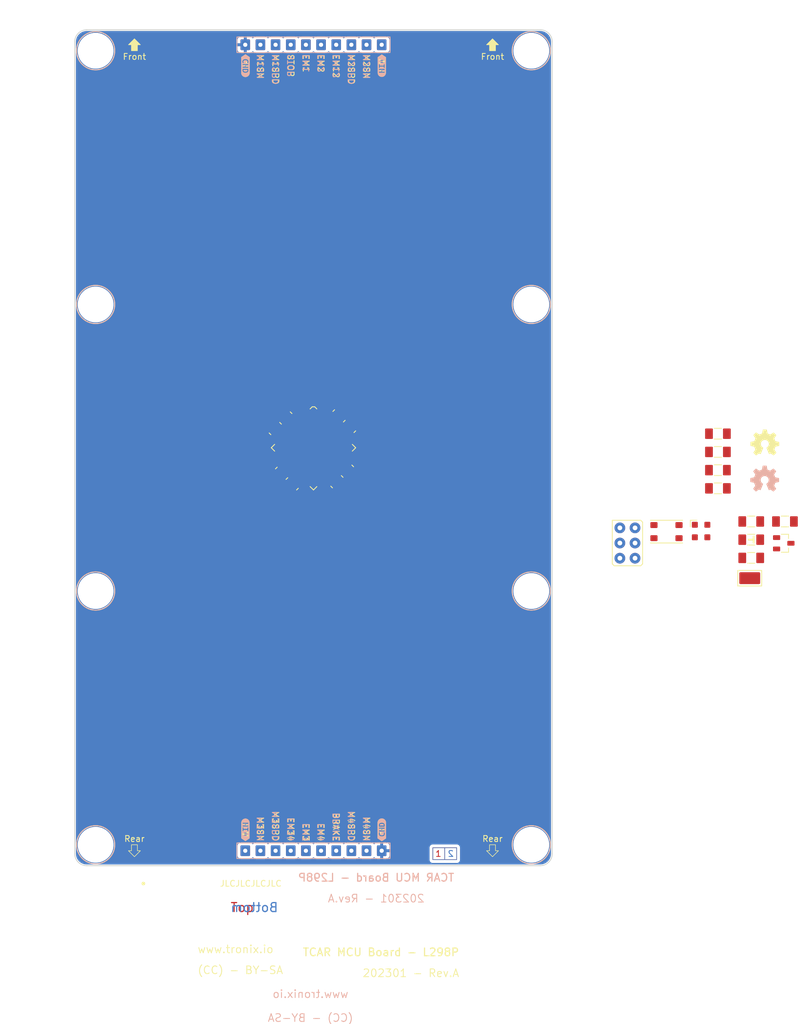
<source format=kicad_pcb>
(kicad_pcb (version 20221018) (generator pcbnew)
  (title_block (title "TCAR MCU Board - PIC24FJ") (date "01/2023") (rev "A"))
  (layers (0 "F.Cu" signal) (31 "B.Cu" signal) (34 "B.Paste" user) (35 "F.Paste" user) (36 "B.SilkS" user "B.Silkscreen") (37 "F.SilkS" user "F.Silkscreen") (38 "B.Mask" user) (39 "F.Mask" user) (44 "Edge.Cuts" user))
  (net 0 "")
  (net 1 "GND")
  (net 2 "VIN")
  (net 3 "+3V3")
  (net 4 "ENCODER_M2")
  (net 5 "ENCODER_M3")
  (net 6 "ENCODER_M12")
  (net 7 "ENCODER_M34")
  (net 8 "ENCODER_M4")
  (net 9 "ENCODER_M1")
  (net 10 "Net-(C201-Pad1)")
  (net 82 "/HID/M1_SENSE")
  (net 83 "/HID/M1_SPEED")
  (net 84 "/HID/STOP")
  (net 85 "/HID/M2_SPEED")
  (net 86 "/HID/M2_SENSE")
  (net 87 "/HID/M4_SENSE")
  (net 88 "/HID/M4_SPEED")
  (net 89 "/HID/BRAKE")
  (net 90 "/HID/M3_SPEED")
  (net 91 "/HID/M3_SENSE")
  (net 92 "Net-(LED101-A)")
  (net 97 "+5V")
  (net 98 "~{MCLR}")
  (footprint "tronixio:MOUNTING-HOLE-3MM-MASK" (layer "F.Cu") (at 125.5 124)
    (fp_text reference "H103" hide)
    (fp_text value "MOUNTING-HOLE-MASK-3MM" hide)
    (pad "" np_thru_hole circle locked (at 0 0) (size 3 3) (drill 3) (layers "F&B.Cu" "*.Mask") (clearance 1.5))
  )
  (footprint "tronixio:RESISTOR-SMD-1206" (layer "F.Cu") (at 156.77 106.8)
    (fp_text reference "R202" hide)
    (fp_text value "1K")
    (pad "1" smd roundrect (at -1.5 0) (size 1.3 1.75) (layers "F.Cu" "F.Paste" "F.Mask") (roundrect_rratio 0.1) (net 98 "~{MCLR}"))
    (pad "2" smd roundrect (at 1.5 0) (size 1.3 1.75) (layers "F.Cu" "F.Paste" "F.Mask") (roundrect_rratio 0.1) (net 10 "Net-(C201-Pad1)"))
  )
  (footprint "tronixio:MOUNTING-HOLE-3MM-MASK" (layer "F.Cu") (at 125.5 33.5)
    (fp_text reference "H105" hide)
    (fp_text value "MOUNTING-HOLE-MASK-3MM" hide)
    (pad "" np_thru_hole circle locked (at 0 0) (size 3 3) (drill 3) (layers "F&B.Cu" "*.Mask") (clearance 1.5))
  )
  (footprint "kibuzzard-628974BE" (layer "F.Cu") (at 100.45 36 -90)
    (fp_text reference "kibuzzard-628974BE" hide)
    (fp_text value "G***" hide)
  )
  (footprint "tronixio:MOUNTING-HOLE-3MM-MASK" (layer "F.Cu") (at 52.5 166.5)
    (fp_text reference "H101" hide)
    (fp_text value "MOUNTING-HOLE-MASK-3MM" hide)
    (pad "" np_thru_hole circle locked (at 0 0) (size 3 3) (drill 3) (layers "F&B.Cu" "*.Mask") (clearance 1.5))
  )
  (footprint "tronixio:MOUNTING-HOLE-3MM-MASK" (layer "F.Cu") (at 52.5 76)
    (fp_text reference "H107" hide)
    (fp_text value "MOUNTING-HOLE-MASK-3MM" hide)
    (pad "" np_thru_hole circle locked (at 0 0) (size 3 3) (drill 3) (layers "F&B.Cu" "*.Mask") (clearance 1.5))
  )
  (footprint "kibuzzard-64205CDF" (layer "F.Cu") (at 100.45 164 90)
    (fp_text reference "kibuzzard-64205CDF" hide)
    (fp_text value "G***" hide)
  )
  (footprint "kibuzzard-628974BE" (layer "F.Cu") (at 77.6 164 90)
    (fp_text reference "kibuzzard-628974BE" hide)
    (fp_text value "G***" hide)
  )
  (footprint "tronixio:CDFN-3225" (layer "F.Cu") (at 153.95 113.95)
    (fp_text reference "MEMS201" hide)
    (fp_text value "MICROCHIP-DSC1001C-245760-CDFN")
    (pad "1" smd roundrect (at -1.05 -1.05) (size 1 1) (layers "F.Cu" "F.Paste" "F.Mask") (roundrect_rratio 0.15))
    (pad "2" smd roundrect (at -1.05 1.05) (size 1 1) (layers "F.Cu" "F.Paste" "F.Mask") (roundrect_rratio 0.15))
    (pad "3" smd roundrect (at 1.05 1.05) (size 1 1) (layers "F.Cu" "F.Paste" "F.Mask") (roundrect_rratio 0.15))
    (pad "4" smd roundrect (at 1.05 -1.05) (size 1 1) (layers "F.Cu" "F.Paste" "F.Mask") (roundrect_rratio 0.15))
  )
  (footprint "tronixio:LED-SMD-1206" (layer "F.Cu") (at 162.35 115.4)
    (fp_text reference "LED101" hide)
    (fp_text value "Power")
    (pad "1" smd roundrect (at -1.5 0) (size 1.3 1.75) (layers "F.Cu" "F.Paste" "F.Mask") (roundrect_rratio 0.1) (net 1 "GND"))
    (pad "2" smd roundrect (at 1.5 0) (size 1.3 1.75) (layers "F.Cu" "F.Paste" "F.Mask") (roundrect_rratio 0.1) (net 92 "Net-(LED101-A)"))
  )
  (footprint "tronixio:HARWIN-S1751" (layer "F.Cu") (at 162.1 121.85)
    (fp_text reference "TP101" hide)
    (fp_text value "HARWIN-S1751")
    (pad "1" smd roundrect (at 0 0) (size 3.5 2) (layers "F.Cu" "F.Paste" "F.Mask") (roundrect_rratio 0.1) (net 3 "+3V3"))
  )
  (footprint "tronixio:HARWIN-M20-998034x" (layer "F.Cu") (at 140.34 113.42)
    (fp_text reference "K201" hide)
    (fp_text value "ICSP")
    (pad "1" thru_hole circle (at 0 0) (size 1.8 1.8) (drill 0.8) (layers "*.Cu" "*.Mask"))
    (pad "2" thru_hole circle (at 2.54 0) (size 1.8 1.8) (drill 0.8) (layers "*.Cu" "*.Mask") (net 3 "+3V3"))
    (pad "3" thru_hole circle (at 0 2.54) (size 1.8 1.8) (drill 0.8) (layers "*.Cu" "*.Mask"))
    (pad "4" thru_hole circle (at 2.54 2.54) (size 1.8 1.8) (drill 0.8) (layers "*.Cu" "*.Mask"))
    (pad "5" thru_hole circle (at 0 5.08) (size 1.8 1.8) (drill 0.8) (layers "*.Cu" "*.Mask"))
    (pad "6" thru_hole circle (at 2.54 5.08) (size 1.8 1.8) (drill 0.8) (layers "*.Cu" "*.Mask"))
  )
  (footprint "kibuzzard-64205CDF" (layer "F.Cu") (at 77.6 36 -90)
    (fp_text reference "kibuzzard-64205CDF" hide)
    (fp_text value "G***" hide)
  )
  (footprint "tronixio:OSHW-5MM" (layer "F.Cu") (at 164.62 99.15)
    (fp_text reference "X101" hide)
    (fp_text value "SYMBOL-MISC" hide)
  )
  (footprint "tronixio:CAPACITOR-SMD-1206" (layer "F.Cu") (at 162.35 112.35)
    (fp_text reference "C101" hide)
    (fp_text value "1µ")
    (pad "1" smd roundrect (at -1.5 0) (size 1.3 1.75) (layers "F.Cu" "F.Paste" "F.Mask") (roundrect_rratio 0.1) (net 2 "VIN"))
    (pad "2" smd roundrect (at 1.5 0) (size 1.3 1.75) (layers "F.Cu" "F.Paste" "F.Mask") (roundrect_rratio 0.1) (net 1 "GND"))
  )
  (footprint "tronixio:RESISTOR-SMD-1206" (layer "F.Cu") (at 156.77 103.75)
    (fp_text reference "R201" hide)
    (fp_text value "10K")
    (pad "1" smd roundrect (at -1.5 0) (size 1.3 1.75) (layers "F.Cu" "F.Paste" "F.Mask") (roundrect_rratio 0.1) (net 10 "Net-(C201-Pad1)"))
    (pad "2" smd roundrect (at 1.5 0) (size 1.3 1.75) (layers "F.Cu" "F.Paste" "F.Mask") (roundrect_rratio 0.1) (net 97 "+5V"))
  )
  (footprint "tronixio:CAPACITOR-SMD-1206" (layer "F.Cu") (at 156.77 97.65)
    (fp_text reference "C201" hide)
    (fp_text value "100n")
    (pad "1" smd roundrect (at -1.5 0) (size 1.3 1.75) (layers "F.Cu" "F.Paste" "F.Mask") (roundrect_rratio 0.1) (net 10 "Net-(C201-Pad1)"))
    (pad "2" smd roundrect (at 1.5 0) (size 1.3 1.75) (layers "F.Cu" "F.Paste" "F.Mask") (roundrect_rratio 0.1) (net 1 "GND"))
  )
  (footprint "tronixio:SOT-23-3" (layer "F.Cu") (at 167.8 116)
    (fp_text reference "IC101" hide)
    (fp_text value "LM3480-33")
    (pad "1" smd roundrect (at -1.2 -0.95) (size 1.2 0.8) (layers "F.Cu" "F.Paste" "F.Mask") (roundrect_rratio 0.15))
    (pad "2" smd roundrect (at -1.2 0.95) (size 1.2 0.8) (layers "F.Cu" "F.Paste" "F.Mask") (roundrect_rratio 0.15))
    (pad "3" smd roundrect (at 1.2 0) (size 1.2 0.8) (layers "F.Cu" "F.Paste" "F.Mask") (roundrect_rratio 0.15) (net 1 "GND"))
  )
  (footprint "tronixio:CAPACITOR-SMD-1206" (layer "F.Cu") (at 156.77 100.7)
    (fp_text reference "C202" hide)
    (fp_text value "100n")
    (pad "1" smd roundrect (at -1.5 0) (size 1.3 1.75) (layers "F.Cu" "F.Paste" "F.Mask") (roundrect_rratio 0.1) (net 3 "+3V3"))
    (pad "2" smd roundrect (at 1.5 0) (size 1.3 1.75) (layers "F.Cu" "F.Paste" "F.Mask") (roundrect_rratio 0.1) (net 1 "GND"))
  )
  (footprint "tronixio:MOUNTING-HOLE-3MM-MASK" (layer "F.Cu") (at 52.5 33.5)
    (fp_text reference "H106" hide)
    (fp_text value "MOUNTING-HOLE-MASK-3MM" hide)
    (pad "" np_thru_hole circle locked (at 0 0) (size 3 3) (drill 3) (layers "F&B.Cu" "*.Mask") (clearance 1.5))
  )
  (footprint "tronixio:MOUNTING-HOLE-3MM-MASK" (layer "F.Cu") (at 125.5 76)
    (fp_text reference "H104" hide)
    (fp_text value "MOUNTING-HOLE-MASK-3MM" hide)
    (pad "" np_thru_hole circle locked (at 0 0) (size 3 3) (drill 3) (layers "F&B.Cu" "*.Mask") (clearance 1.5))
  )
  (footprint "tronixio:MOUNTING-HOLE-3MM-MASK" (layer "F.Cu") (at 52.5 124)
    (fp_text reference "H108" hide)
    (fp_text value "MOUNTING-HOLE-MASK-3MM" hide)
    (pad "" np_thru_hole circle locked (at 0 0) (size 3 3) (drill 3) (layers "F&B.Cu" "*.Mask") (clearance 1.5))
  )
  (footprint "tronixio:RESISTOR-SMD-1206" (layer "F.Cu") (at 168 112.35)
    (fp_text reference "R101" hide)
    (fp_text value "6K8")
    (pad "1" smd roundrect (at -1.5 0) (size 1.3 1.75) (layers "F.Cu" "F.Paste" "F.Mask") (roundrect_rratio 0.1) (net 3 "+3V3"))
    (pad "2" smd roundrect (at 1.5 0) (size 1.3 1.75) (layers "F.Cu" "F.Paste" "F.Mask") (roundrect_rratio 0.1) (net 92 "Net-(LED101-A)"))
  )
  (footprint "tronixio:MOUNTING-HOLE-3MM-MASK" (layer "F.Cu") (at 125.5 166.5)
    (fp_text reference "H102" hide)
    (fp_text value "MOUNTING-HOLE-MASK-3MM" hide)
    (pad "" np_thru_hole circle locked (at 0 0) (size 3 3) (drill 3) (layers "F&B.Cu" "*.Mask") (clearance 1.5))
  )
  (footprint "tronixio:ALPS-SKRPAC" (layer "F.Cu") (at 148.15 114.05)
    (fp_text reference "S201" hide)
    (fp_text value "Reset")
    (pad "1" smd roundrect (at -2.1 1.1) (size 1.2 1) (layers "F.Cu" "F.Paste" "F.Mask") (roundrect_rratio 0.15) (net 1 "GND"))
    (pad "2" smd roundrect (at 2.1 1.1) (size 1.2 1) (layers "F.Cu" "F.Paste" "F.Mask") (roundrect_rratio 0.15) (net 1 "GND"))
    (pad "3" smd roundrect (at 2.1 -1.1) (size 1.2 1) (layers "F.Cu" "F.Paste" "F.Mask") (roundrect_rratio 0.15) (net 10 "Net-(C201-Pad1)"))
    (pad "4" smd roundrect (at -2.1 -1.1) (size 1.2 1) (layers "F.Cu" "F.Paste" "F.Mask") (roundrect_rratio 0.15) (net 10 "Net-(C201-Pad1)"))
  )
  (footprint "tronixio:CAPACITOR-SMD-1206" (layer "F.Cu") (at 162.35 118.45)
    (fp_text reference "C102" hide)
    (fp_text value "1µ")
    (pad "1" smd roundrect (at -1.5 0) (size 1.3 1.75) (layers "F.Cu" "F.Paste" "F.Mask") (roundrect_rratio 0.1) (net 3 "+3V3"))
    (pad "2" smd roundrect (at 1.5 0) (size 1.3 1.75) (layers "F.Cu" "F.Paste" "F.Mask") (roundrect_rratio 0.1) (net 1 "GND"))
  )
  (footprint "tronixio:TQFP-64" (layer "F.Cu") (at 89 100 -45)
    (fp_text reference "IC201" hide)
    (fp_text value "MICROCHIP-PIC24FJ64GA106-TQFP")
    (pad "1" smd roundrect (at -5.6625 -3.75 315) (size 1.475 0.3) (layers "F.Cu" "F.Paste" "F.Mask") (roundrect_rratio 0.2))
    (pad "2" smd roundrect (at -5.6625 -3.25 315) (size 1.475 0.3) (layers "F.Cu" "F.Paste" "F.Mask") (roundrect_rratio 0.2))
    (pad "3" smd roundrect (at -5.6625 -2.75 315) (size 1.475 0.3) (layers "F.Cu" "F.Paste" "F.Mask") (roundrect_rratio 0.2))
    (pad "4" smd roundrect (at -5.6625 -2.25 315) (size 1.475 0.3) (layers "F.Cu" "F.Paste" "F.Mask") (roundrect_rratio 0.2))
    (pad "5" smd roundrect (at -5.6625 -1.75 315) (size 1.475 0.3) (layers "F.Cu" "F.Paste" "F.Mask") (roundrect_rratio 0.2))
    (pad "6" smd roundrect (at -5.6625 -1.25 315) (size 1.475 0.3) (layers "F.Cu" "F.Paste" "F.Mask") (roundrect_rratio 0.2))
    (pad "7" smd roundrect (at -5.6625 -0.75 315) (size 1.475 0.3) (layers "F.Cu" "F.Paste" "F.Mask") (roundrect_rratio 0.2))
    (pad "8" smd roundrect (at -5.6625 -0.25 315) (size 1.475 0.3) (layers "F.Cu" "F.Paste" "F.Mask") (roundrect_rratio 0.2))
    (pad "9" smd roundrect (at -5.6625 0.25 315) (size 1.475 0.3) (layers "F.Cu" "F.Paste" "F.Mask") (roundrect_rratio 0.2))
    (pad "10" smd roundrect (at -5.6625 0.75 315) (size 1.475 0.3) (layers "F.Cu" "F.Paste" "F.Mask") (roundrect_rratio 0.2))
    (pad "11" smd roundrect (at -5.6625 1.25 315) (size 1.475 0.3) (layers "F.Cu" "F.Paste" "F.Mask") (roundrect_rratio 0.2))
    (pad "12" smd roundrect (at -5.6625 1.75 315) (size 1.475 0.3) (layers "F.Cu" "F.Paste" "F.Mask") (roundrect_rratio 0.2))
    (pad "13" smd roundrect (at -5.6625 2.25 315) (size 1.475 0.3) (layers "F.Cu" "F.Paste" "F.Mask") (roundrect_rratio 0.2))
    (pad "14" smd roundrect (at -5.6625 2.75 315) (size 1.475 0.3) (layers "F.Cu" "F.Paste" "F.Mask") (roundrect_rratio 0.2))
    (pad "15" smd roundrect (at -5.6625 3.25 315) (size 1.475 0.3) (layers "F.Cu" "F.Paste" "F.Mask") (roundrect_rratio 0.2))
    (pad "16" smd roundrect (at -5.6625 3.75 315) (size 1.475 0.3) (layers "F.Cu" "F.Paste" "F.Mask") (roundrect_rratio 0.2))
    (pad "17" smd roundrect (at -3.75 5.6625 315) (size 0.3 1.475) (layers "F.Cu" "F.Paste" "F.Mask") (roundrect_rratio 0.2))
    (pad "18" smd roundrect (at -3.25 5.6625 315) (size 0.3 1.475) (layers "F.Cu" "F.Paste" "F.Mask") (roundrect_rratio 0.2))
    (pad "19" smd roundrect (at -2.75 5.6625 315) (size 0.3 1.475) (layers "F.Cu" "F.Paste" "F.Mask") (roundrect_rratio 0.2))
    (pad "20" smd roundrect (at -2.25 5.6625 315) (size 0.3 1.475) (layers "F.Cu" "F.Paste" "F.Mask") (roundrect_rratio 0.2))
    (pad "21" smd roundrect (at -1.75 5.6625 315) (size 0.3 1.475) (layers "F.Cu" "F.Paste" "F.Mask") (roundrect_rratio 0.2))
    (pad "22" smd roundrect (at -1.25 5.6625 315) (size 0.3 1.475) (layers "F.Cu" "F.Paste" "F.Mask") (roundrect_rratio 0.2))
    (pad "23" smd roundrect (at -0.75 5.6625 315) (size 0.3 1.475) (layers "F.Cu" "F.Paste" "F.Mask") (roundrect_rratio 0.2))
    (pad "24" smd roundrect (at -0.25 5.6625 315) (size 0.3 1.475) (layers "F.Cu" "F.Paste" "F.Mask") (roundrect_rratio 0.2))
    (pad "25" smd roundrect (at 0.25 5.6625 315) (size 0.3 1.475) (layers "F.Cu" "F.Paste" "F.Mask") (roundrect_rratio 0.2))
    (pad "26" smd roundrect (at 0.75 5.6625 315) (size 0.3 1.475) (layers "F.Cu" "F.Paste" "F.Mask") (roundrect_rratio 0.2))
    (pad "27" smd roundrect (at 1.25 5.6625 315) (size 0.3 1.475) (layers "F.Cu" "F.Paste" "F.Mask") (roundrect_rratio 0.2))
    (pad "28" smd roundrect (at 1.75 5.6625 315) (size 0.3 1.475) (layers "F.Cu" "F.Paste" "F.Mask") (roundrect_rratio 0.2))
    (pad "29" smd roundrect (at 2.25 5.6625 315) (size 0.3 1.475) (layers "F.Cu" "F.Paste" "F.Mask") (roundrect_rratio 0.2))
    (pad "30" smd roundrect (at 2.75 5.6625 315) (size 0.3 1.475) (layers "F.Cu" "F.Paste" "F.Mask") (roundrect_rratio 0.2))
    (pad "31" smd roundrect (at 3.25 5.6625 315) (size 0.3 1.475) (layers "F.Cu" "F.Paste" "F.Mask") (roundrect_rratio 0.2))
    (pad "32" smd roundrect (at 3.75 5.6625 315) (size 0.3 1.475) (layers "F.Cu" "F.Paste" "F.Mask") (roundrect_rratio 0.2))
    (pad "33" smd roundrect (at 5.6625 3.75 315) (size 1.475 0.3) (layers "F.Cu" "F.Paste" "F.Mask") (roundrect_rratio 0.2))
    (pad "34" smd roundrect (at 5.6625 3.25 315) (size 1.475 0.3) (layers "F.Cu" "F.Paste" "F.Mask") (roundrect_rratio 0.2))
    (pad "35" smd roundrect (at 5.6625 2.75 315) (size 1.475 0.3) (layers "F.Cu" "F.Paste" "F.Mask") (roundrect_rratio 0.2))
    (pad "36" smd roundrect (at 5.6625 2.25 315) (size 1.475 0.3) (layers "F.Cu" "F.Paste" "F.Mask") (roundrect_rratio 0.2))
    (pad "37" smd roundrect (at 5.6625 1.75 315) (size 1.475 0.3) (layers "F.Cu" "F.Paste" "F.Mask") (roundrect_rratio 0.2))
    (pad "38" smd roundrect (at 5.6625 1.25 315) (size 1.475 0.3) (layers "F.Cu" "F.Paste" "F.Mask") (roundrect_rratio 0.2))
    (pad "39" smd roundrect (at 5.6625 0.75 315) (size 1.475 0.3) (layers "F.Cu" "F.Paste" "F.Mask") (roundrect_rratio 0.2))
    (pad "40" smd roundrect (at 5.6625 0.25 315) (size 1.475 0.3) (layers "F.Cu" "F.Paste" "F.Mask") (roundrect_rratio 0.2))
    (pad "41" smd roundrect (at 5.6625 -0.25 315) (size 1.475 0.3) (layers "F.Cu" "F.Paste" "F.Mask") (roundrect_rratio 0.2))
    (pad "42" smd roundrect (at 5.6625 -0.75 315) (size 1.475 0.3) (layers "F.Cu" "F.Paste" "F.Mask") (roundrect_rratio 0.2))
    (pad "43" smd roundrect (at 5.6625 -1.25 315) (size 1.475 0.3) (layers "F.Cu" "F.Paste" "F.Mask") (roundrect_rratio 0.2))
    (pad "44" smd roundrect (at 5.6625 -1.75 315) (size 1.475 0.3) (layers "F.Cu" "F.Paste" "F.Mask") (roundrect_rratio 0.2))
    (pad "45" smd roundrect (at 5.6625 -2.25 315) (size 1.475 0.3) (layers "F.Cu" "F.Paste" "F.Mask") (roundrect_rratio 0.2))
    (pad "46" smd roundrect (at 5.6625 -2.75 315) (size 1.475 0.3) (layers "F.Cu" "F.Paste" "F.Mask") (roundrect_rratio 0.2))
    (pad "47" smd roundrect (at 5.6625 -3.25 315) (size 1.475 0.3) (layers "F.Cu" "F.Paste" "F.Mask") (roundrect_rratio 0.2))
    (pad "48" smd roundrect (at 5.6625 -3.75 315) (size 1.475 0.3) (layers "F.Cu" "F.Paste" "F.Mask") (roundrect_rratio 0.2))
    (pad "49" smd roundrect (at 3.75 -5.6625 315) (size 0.3 1.475) (layers "F.Cu" "F.Paste" "F.Mask") (roundrect_rratio 0.2))
    (pad "50" smd roundrect (at 3.25 -5.6625 315) (size 0.3 1.475) (layers "F.Cu" "F.Paste" "F.Mask") (roundrect_rratio 0.2))
    (pad "51" smd roundrect (at 2.75 -5.6625 315) (size 0.3 1.475) (layers "F.Cu" "F.Paste" "F.Mask") (roundrect_rratio 0.2))
    (pad "52" smd roundrect (at 2.25 -5.6625 315) (size 0.3 1.475) (layers "F.Cu" "F.Paste" "F.Mask") (roundrect_rratio 0.2))
    (pad "53" smd roundrect (at 1.75 -5.6625 315) (size 0.3 1.475) (layers "F.Cu" "F.Paste" "F.Mask") (roundrect_rratio 0.2))
    (pad "54" smd roundrect (at 1.25 -5.6625 315) (size 0.3 1.475) (layers "F.Cu" "F.Paste" "F.Mask") (roundrect_rratio 0.2))
    (pad "55" smd roundrect (at 0.75 -5.6625 315) (size 0.3 1.475) (layers "F.Cu" "F.Paste" "F.Mask") (roundrect_rratio 0.2))
    (pad "56" smd roundrect (at 0.25 -5.6625 315) (size 0.3 1.475) (layers "F.Cu" "F.Paste" "F.Mask") (roundrect_rratio 0.2))
    (pad "57" smd roundrect (at -0.25 -5.6625 315) (size 0.3 1.475) (layers "F.Cu" "F.Paste" "F.Mask") (roundrect_rratio 0.2))
    (pad "58" smd roundrect (at -0.75 -5.6625 315) (size 0.3 1.475) (layers "F.Cu" "F.Paste" "F.Mask") (roundrect_rratio 0.2))
    (pad "59" smd roundrect (at -1.25 -5.6625 315) (size 0.3 1.475) (layers "F.Cu" "F.Paste" "F.Mask") (roundrect_rratio 0.2))
    (pad "60" smd roundrect (at -1.75 -5.6625 315) (size 0.3 1.475) (layers "F.Cu" "F.Paste" "F.Mask") (roundrect_rratio 0.2))
    (pad "61" smd roundrect (at -2.25 -5.6625 315) (size 0.3 1.475) (layers "F.Cu" "F.Paste" "F.Mask") (roundrect_rratio 0.2))
    (pad "62" smd roundrect (at -2.75 -5.6625 315) (size 0.3 1.475) (layers "F.Cu" "F.Paste" "F.Mask") (roundrect_rratio 0.2))
    (pad "63" smd roundrect (at -3.25 -5.6625 315) (size 0.3 1.475) (layers "F.Cu" "F.Paste" "F.Mask") (roundrect_rratio 0.2))
    (pad "64" smd roundrect (at -3.75 -5.6625 315) (size 0.3 1.475) (layers "F.Cu" "F.Paste" "F.Mask") (roundrect_rratio 0.2))
  )
  (footprint "tronixio:OSHW-5MM" (layer "B.Cu") (at 164.62 105.2 180)
    (fp_text reference "X102" hide)
    (fp_text value "SYMBOL-MISC" hide)
  )
  (footprint "kibuzzard-64205CDF" (layer "B.Cu") (at 100.45 164 90)
    (fp_text reference "kibuzzard-64205CDF" hide)
    (fp_text value "G***" hide)
  )
  (footprint "kibuzzard-64205CDF" (layer "B.Cu") (at 77.6 36 -90)
    (fp_text reference "kibuzzard-64205CDF" hide)
    (fp_text value "G***" hide)
  )
  (footprint "kibuzzard-628974BE" (layer "B.Cu") (at 100.45 36 -90)
    (fp_text reference "kibuzzard-628974BE" hide)
    (fp_text value "G***" hide)
  )
  (footprint "kibuzzard-628974BE" (layer "B.Cu") (at 77.6 164 90)
    (fp_text reference "kibuzzard-628974BE" hide)
    (fp_text value "G***" hide)
  )
  (footprint "tronixio:HARWIN-M20-782104x" (layer "B.Cu") (at 100.43 167.5 90)
    (fp_text reference "K302" hide)
    (fp_text value "Rear")
    (pad "1" thru_hole roundrect locked (at 0 0 90) (size 1.8 1.6) (drill 0.7) (layers "*.Mask" "F.Cu" "In1.Cu" "B.Cu") (roundrect_rratio 0.1) (net 1 "GND"))
    (pad "2" thru_hole roundrect locked (at 0 -2.54 90) (size 1.8 1.6) (drill 0.7) (layers "*.Mask" "F.Cu" "In1.Cu" "B.Cu") (roundrect_rratio 0.1) (net 87 "/HID/M4_SENSE"))
    (pad "3" thru_hole roundrect locked (at 0 -5.08 90) (size 1.8 1.6) (drill 0.7) (layers "*.Mask" "F.Cu" "In1.Cu" "B.Cu") (roundrect_rratio 0.1) (net 88 "/HID/M4_SPEED"))
    (pad "4" thru_hole roundrect locked (at 0 -7.62 90) (size 1.8 1.6) (drill 0.7) (layers "*.Mask" "F.Cu" "In1.Cu" "B.Cu") (roundrect_rratio 0.1) (net 89 "/HID/BRAKE"))
    (pad "5" thru_hole roundrect locked (at 0 -10.16 90) (size 1.8 1.6) (drill 0.7) (layers "*.Mask" "F.Cu" "In1.Cu" "B.Cu") (roundrect_rratio 0.1) (net 8 "ENCODER_M4"))
    (pad "6" thru_hole roundrect locked (at 0 -12.7 90) (size 1.8 1.6) (drill 0.7) (layers "*.Mask" "F.Cu" "In1.Cu" "B.Cu") (roundrect_rratio 0.1) (net 5 "ENCODER_M3"))
    (pad "7" thru_hole roundrect locked (at 0 -15.24 90) (size 1.8 1.6) (drill 0.7) (layers "*.Mask" "F.Cu" "In1.Cu" "B.Cu") (roundrect_rratio 0.1) (net 7 "ENCODER_M34"))
    (pad "8" thru_hole roundrect locked (at 0 -17.78 90) (size 1.8 1.6) (drill 0.7) (layers "*.Mask" "F.Cu" "In1.Cu" "B.Cu") (roundrect_rratio 0.1) (net 90 "/HID/M3_SPEED"))
    (pad "9" thru_hole roundrect locked (at 0 -20.32 90) (size 1.8 1.6) (drill 0.7) (layers "*.Cu" "*.Mask") (roundrect_rratio 0.1) (net 91 "/HID/M3_SENSE"))
    (pad "10" thru_hole roundrect locked (at 0 -22.86 90) (size 1.8 1.6) (drill 0.7) (layers "*.Cu" "*.Mask") (roundrect_rratio 0.1) (net 2 "VIN"))
  )
  (footprint "tronixio:HARWIN-M20-782104x" (layer "B.Cu") (at 77.57 32.5 -90)
    (fp_text reference "K301" hide)
    (fp_text value "Front")
    (pad "1" thru_hole roundrect locked (at 0 0 270) (size 1.8 1.6) (drill 0.7) (layers "*.Mask" "F.Cu" "In1.Cu" "B.Cu") (roundrect_rratio 0.1) (net 1 "GND"))
    (pad "2" thru_hole roundrect locked (at 0 -2.54 270) (size 1.8 1.6) (drill 0.7) (layers "*.Mask" "F.Cu" "In1.Cu" "B.Cu") (roundrect_rratio 0.1) (net 82 "/HID/M1_SENSE"))
    (pad "3" thru_hole roundrect locked (at 0 -5.08 270) (size 1.8 1.6) (drill 0.7) (layers "*.Mask" "F.Cu" "In1.Cu" "B.Cu") (roundrect_rratio 0.1) (net 83 "/HID/M1_SPEED"))
    (pad "4" thru_hole roundrect locked (at 0 -7.62 270) (size 1.8 1.6) (drill 0.7) (layers "*.Mask" "F.Cu" "In1.Cu" "B.Cu") (roundrect_rratio 0.1) (net 84 "/HID/STOP"))
    (pad "5" thru_hole roundrect locked (at 0 -10.16 270) (size 1.8 1.6) (drill 0.7) (layers "*.Mask" "F.Cu" "In1.Cu" "B.Cu") (roundrect_rratio 0.1) (net 9 "ENCODER_M1"))
    (pad "6" thru_hole roundrect locked (at 0 -12.7 270) (size 1.8 1.6) (drill 0.7) (layers "*.Mask" "F.Cu" "In1.Cu" "B.Cu") (roundrect_rratio 0.1) (net 4 "ENCODER_M2"))
    (pad "7" thru_hole roundrect locked (at 0 -15.24 270) (size 1.8 1.6) (drill 0.7) (layers "*.Mask" "F.Cu" "In1.Cu" "B.Cu") (roundrect_rratio 0.1) (net 6 "ENCODER_M12"))
    (pad "8" thru_hole roundrect locked (at 0 -17.78 270) (size 1.8 1.6) (drill 0.7) (layers "*.Mask" "F.Cu" "In1.Cu" "B.Cu") (roundrect_rratio 0.1) (net 85 "/HID/M2_SPEED"))
    (pad "9" thru_hole roundrect locked (at 0 -20.32 270) (size 1.8 1.6) (drill 0.7) (layers "*.Cu" "*.Mask") (roundrect_rratio 0.1) (net 86 "/HID/M2_SENSE"))
    (pad "10" thru_hole roundrect locked (at 0 -22.86 270) (size 1.8 1.6) (drill 0.7) (layers "*.Cu" "*.Mask") (roundrect_rratio 0.1) (net 2 "VIN"))
  )
  (gr_rect (start 109 167) (end 113 169) (stroke (width 0.1)) (fill none) (layer "F.Cu"))
  (gr_line (start 111 169) (end 111 167) (stroke (width 0.1)) (layer "F.Cu"))
  (gr_line (start 111 169) (end 111 167) (stroke (width 0.1)) (layer "B.Cu"))
  (gr_rect (start 109 167) (end 113 169) (stroke (width 0.1)) (fill none) (layer "B.Cu"))
  (gr_poly (pts (xy 118 167.5) (xy 118.5 167.5) (xy 118.5 166.5) (xy 119.5 166.5) (xy 119.5 167.5) (xy 120 167.5) (xy 119 168.5)) (stroke (width 0.1)) (fill none) (layer "F.SilkS"))
  (gr_poly (pts (xy 58 167.5) (xy 58.5 167.5) (xy 58.5 166.5) (xy 59.5 166.5) (xy 59.5 167.5) (xy 60 167.5) (xy 59 168.5)) (stroke (width 0.1)) (fill none) (layer "F.SilkS"))
  (gr_circle (center 60.5 173) (end 60.75 173) (stroke (width 0.1)) (fill solid) (layer "F.SilkS"))
  (gr_poly (pts (xy 60 32.5) (xy 59.5 32.5) (xy 59.5 33.5) (xy 58.5 33.5) (xy 58.5 32.5) (xy 58 32.5) (xy 59 31.5)) (stroke (width 0.1)) (fill solid) (layer "F.SilkS"))
  (gr_poly (pts (xy 120 32.5) (xy 119.5 32.5) (xy 119.5 33.5) (xy 118.5 33.5) (xy 118.5 32.5) (xy 118 32.5) (xy 119 31.5)) (stroke (width 0.1)) (fill solid) (layer "F.SilkS"))
  (gr_arc locked (start 49 32) (mid 49.585786 30.585786) (end 51 30) (stroke (width 0.15)) (layer "Edge.Cuts"))
  (gr_line locked (start 129 168) (end 129 32) (stroke (width 0.15)) (layer "Edge.Cuts"))
  (gr_line locked (start 51 170) (end 127 170) (stroke (width 0.15)) (layer "Edge.Cuts"))
  (gr_line locked (start 127 30) (end 51 30) (stroke (width 0.15)) (layer "Edge.Cuts"))
  (gr_arc locked (start 51 170) (mid 49.585786 169.414214) (end 49 168) (stroke (width 0.15)) (layer "Edge.Cuts"))
  (gr_arc locked (start 127 30) (mid 128.414214 30.585786) (end 129 32) (stroke (width 0.15)) (layer "Edge.Cuts"))
  (gr_line locked (start 49 32) (end 49 168) (stroke (width 0.15)) (layer "Edge.Cuts"))
  (gr_arc locked (start 129 168) (mid 128.414214 169.414214) (end 127 170) (stroke (width 0.15)) (layer "Edge.Cuts"))
  (gr_text "Top" (at 75 177) (layer "F.Cu") (effects (font (size 1.5 1.5) (thickness 0.2)) (justify left)))
  (gr_text "1" (at 109.93 168) (layer "F.Cu") (effects (font (size 1 1))))
  (gr_text "2" (at 112 168) (layer "B.Cu") (effects (font (size 1 1)) (justify mirror)))
  (gr_text "Bottom" (at 75 177) (layer "B.Cu") (effects (font (size 1.5 1.5) (thickness 0.2)) (justify right mirror)))
  (gr_text "M4SN" (at 97.9 166 -270) (layer "B.SilkS") (effects (font (size 1 1)) (justify right mirror)))
  (gr_text "M2SN" (at 97.9 34 -270) (layer "B.SilkS") (effects (font (size 1 1)) (justify left mirror)))
  (gr_text "(CC) - BY-SA" (at 88.5 195.5) (layer "B.SilkS") (effects (font (size 1.3 1.3)) (justify mirror)))
  (gr_text "BRAKE" (at 92.8 166 -270) (layer "B.SilkS") (effects (font (size 1 1)) (justify right mirror)))
  (gr_text "M3SN" (at 80.1 166 -270) (layer "B.SilkS") (effects (font (size 1 1)) (justify right mirror)))
  (gr_text "EM4" (at 90.25 166 -270) (layer "B.SilkS") (effects (font (size 1 1)) (justify right mirror)))
  (gr_text "M1SN" (at 80.1 34 -270) (layer "B.SilkS") (effects (font (size 1 1)) (justify left mirror)))
  (gr_text "M2SPD" (at 95.35 34 -270) (layer "B.SilkS") (effects (font (size 1 1)) (justify left mirror)))
  (gr_text "EM1" (at 87.75 34 -270) (layer "B.SilkS") (effects (font (size 1 1)) (justify left mirror)))
  (gr_text "EM3" (at 87.75 166 -270) (layer "B.SilkS") (effects (font (size 1 1)) (justify right mirror)))
  (gr_text "202301 - Rev.A" (at 99.5 175.5) (layer "B.SilkS") (effects (font (size 1.3 1.3)) (justify mirror)))
  (gr_text "TCAR MCU Board - L298P" (at 99.5 172) (layer "B.SilkS") (effects (font (size 1.3 1.3) (thickness 0.2)) (justify mirror)))
  (gr_text "EM12" (at 92.8 34 -270) (layer "B.SilkS") (effects (font (size 1 1)) (justify left mirror)))
  (gr_text "www.tronix.io" (at 88.5 191.5) (layer "B.SilkS") (effects (font (size 1.3 1.3)) (justify mirror)))
  (gr_text "EM34" (at 85.2 166 -270) (layer "B.SilkS") (effects (font (size 1 1)) (justify right mirror)))
  (gr_text "M4SPD" (at 95.35 166 -270) (layer "B.SilkS") (effects (font (size 1 1)) (justify right mirror)))
  (gr_text "M1SPD" (at 82.65 34 -270) (layer "B.SilkS") (effects (font (size 1 1)) (justify left mirror)))
  (gr_text "EM2" (at 90.25 34 -270) (layer "B.SilkS") (effects (font (size 1 1)) (justify left mirror)))
  (gr_text "STOP" (at 85.2 34 -270) (layer "B.SilkS") (effects (font (size 1 1)) (justify left mirror)))
  (gr_text "M3SPD" (at 82.65 166 -270) (layer "B.SilkS") (effects (font (size 1 1)) (justify right mirror)))
  (gr_text "EM2" (at 90.25 34 270) (layer "F.SilkS") (effects (font (size 1 1)) (justify left)))
  (gr_text "Rear" (at 119 165.5) (layer "F.SilkS") (effects (font (size 1 1))))
  (gr_text "Front" (at 119 34.5) (layer "F.SilkS") (effects (font (size 1 1))))
  (gr_text "M1SN" (at 80.1 34 270) (layer "F.SilkS") (effects (font (size 1 1)) (justify left)))
  (gr_text "TCAR MCU Board - L298P" (at 113.5 184.5) (layer "F.SilkS") (effects (font (size 1.3 1.3) (thickness 0.2)) (justify right)))
  (gr_text "EM1" (at 87.75 34 270) (layer "F.SilkS") (effects (font (size 1 1)) (justify left)))
  (gr_text "M2SPD" (at 95.35 34 270) (layer "F.SilkS") (effects (font (size 1 1)) (justify left)))
  (gr_text "JLCJLCJLCJLC" (at 78.5 173) (layer "F.SilkS") (effects (font (size 1 1))))
  (gr_text "Rear" (at 59 165.5) (layer "F.SilkS") (effects (font (size 1 1))))
  (gr_text "M3SN" (at 80.1 166 270) (layer "F.SilkS") (effects (font (size 1 1)) (justify right)))
  (gr_text "EM12" (at 92.8 34 270) (layer "F.SilkS") (effects (font (size 1 1)) (justify left)))
  (gr_text "www.tronix.io" (at 69.5 184) (layer "F.SilkS") (effects (font (size 1.3 1.3)) (justify left)))
  (gr_text "EM4" (at 90.25 166 270) (layer "F.SilkS") (effects (font (size 1 1)) (justify right)))
  (gr_text "M4SPD" (at 95.35 166 270) (layer "F.SilkS") (effects (font (size 1 1)) (justify right)))
  (gr_text "202301 - Rev.A" (at 113.5 188) (layer "F.SilkS") (effects (font (size 1.3 1.3)) (justify right)))
  (gr_text "EM3" (at 87.75 166 270) (layer "F.SilkS") (effects (font (size 1 1)) (justify right)))
  (gr_text "EM34" (at 85.2 166 270) (layer "F.SilkS") (effects (font (size 1 1)) (justify right)))
  (gr_text "M2SN" (at 97.9 34 270) (layer "F.SilkS") (effects (font (size 1 1)) (justify left)))
  (gr_text "STOP" (at 85.2 34 270) (layer "F.SilkS") (effects (font (size 1 1)) (justify left)))
  (gr_text "M1SPD" (at 82.65 34 270) (layer "F.SilkS") (effects (font (size 1 1)) (justify left)))
  (gr_text "Front" (at 59 34.5) (layer "F.SilkS") (effects (font (size 1 1))))
  (gr_text "M4SN" (at 97.9 166 270) (layer "F.SilkS") (effects (font (size 1 1)) (justify right)))
  (gr_text "(CC) - BY-SA" (at 69.5 187.5) (layer "F.SilkS") (effects (font (size 1.3 1.3)) (justify left)))
  (gr_text "M3SPD" (at 82.65 166 270) (layer "F.SilkS") (effects (font (size 1 1)) (justify right)))
  (gr_text "BRAKE" (at 92.8 166 270) (layer "F.SilkS") (effects (font (size 1 1)) (justify right)))
  (zone (net 1) (net_name "GND") (layer "B.Cu") (connect_pads (clearance 0.5)) (min_thickness 0.25) (fill yes (thermal_gap 0.5) (thermal_bridge_width 0.5))
    (polygon (pts (xy 129 170) (xy 49 170) (xy 49 30) (xy 129 30)))
  )
)
</source>
